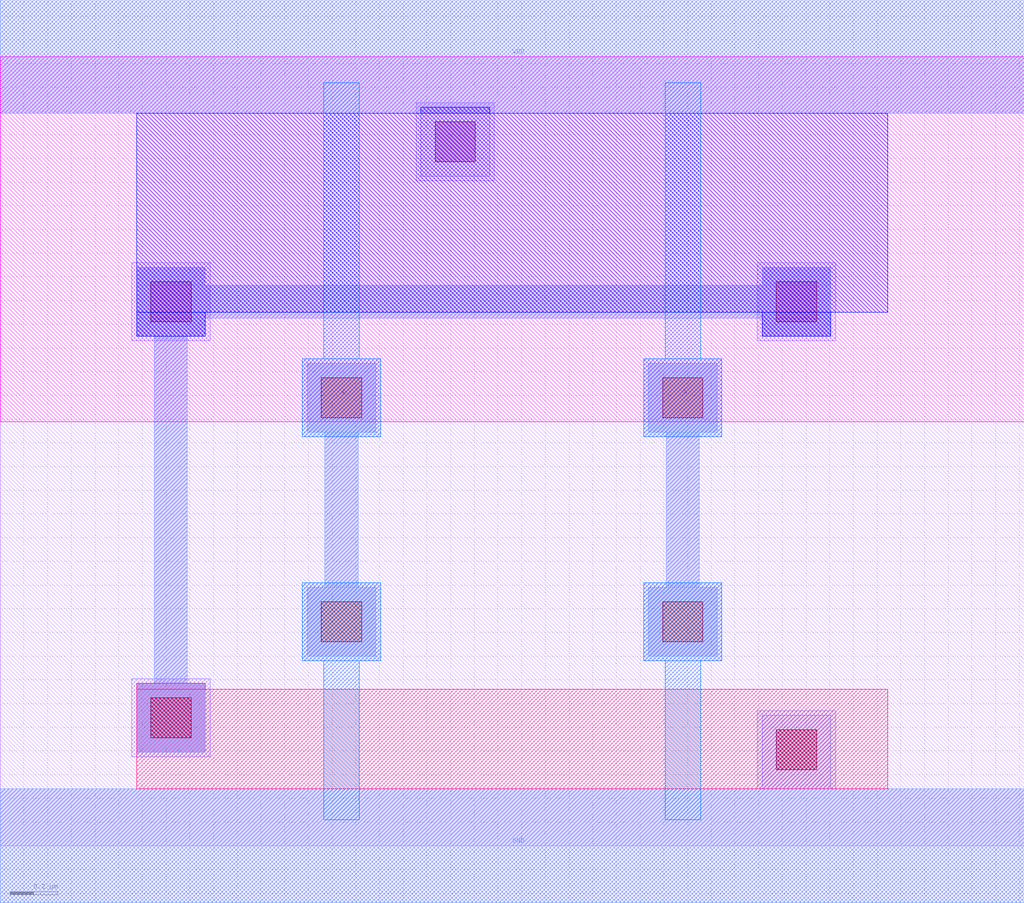
<source format=lef>
MACRO NAND2X1
 CLASS CORE ;
 FOREIGN NAND2X1 0 0 ;
 ORIGIN 0 0 ;
 SYMMETRY X Y R90 ;
 SITE UNIT ;
  PIN VDD
   DIRECTION INOUT ;
   USE SIGNAL ;
   SHAPE ABUTMENT ;
    PORT
     CLASS CORE ;
       LAYER metal2 ;
        RECT 0.00000000 3.09000000 4.32000000 3.57000000 ;
    END
  END VDD

  PIN GND
   DIRECTION INOUT ;
   USE SIGNAL ;
   SHAPE ABUTMENT ;
    PORT
     CLASS CORE ;
       LAYER metal2 ;
        RECT 0.00000000 -0.24000000 4.32000000 0.24000000 ;
    END
  END GND

  PIN Y
   DIRECTION INOUT ;
   USE SIGNAL ;
   SHAPE ABUTMENT ;
    PORT
     CLASS CORE ;
       LAYER metal2 ;
        RECT 0.57500000 0.39500000 0.86500000 0.68500000 ;
        RECT 0.65000000 0.68500000 0.79000000 2.15000000 ;
        RECT 0.57500000 2.15000000 0.86500000 2.22500000 ;
        RECT 3.21500000 2.15000000 3.50500000 2.22500000 ;
        RECT 0.57500000 2.22500000 3.50500000 2.36500000 ;
        RECT 0.57500000 2.36500000 0.86500000 2.44000000 ;
        RECT 3.21500000 2.36500000 3.50500000 2.44000000 ;
    END
  END Y

  PIN B
   DIRECTION INOUT ;
   USE SIGNAL ;
   SHAPE ABUTMENT ;
    PORT
     CLASS CORE ;
       LAYER metal2 ;
        RECT 1.29500000 0.80000000 1.58500000 1.09000000 ;
        RECT 1.37000000 1.09000000 1.51000000 1.74500000 ;
        RECT 1.29500000 1.74500000 1.58500000 2.03500000 ;
    END
  END B

  PIN A
   DIRECTION INOUT ;
   USE SIGNAL ;
   SHAPE ABUTMENT ;
    PORT
     CLASS CORE ;
       LAYER metal2 ;
        RECT 2.73500000 0.80000000 3.02500000 1.09000000 ;
        RECT 2.81000000 1.09000000 2.95000000 1.74500000 ;
        RECT 2.73500000 1.74500000 3.02500000 2.03500000 ;
    END
  END A

  OBS
   LAYER abutment_box ;
    RECT 0.00000000 0.00000000 4.32000000 3.33000000 ;
  END

  OBS
   LAYER metal1 ;
    RECT 3.19500000 0.24000000 3.52500000 0.57000000 ;
    RECT 0.55500000 0.37500000 0.88500000 0.70500000 ;
    RECT 1.27500000 0.78000000 1.60500000 1.11000000 ;
    RECT 2.71500000 0.78000000 3.04500000 1.11000000 ;
    RECT 1.27500000 1.72500000 1.60500000 2.05500000 ;
    RECT 2.71500000 1.72500000 3.04500000 2.05500000 ;
    RECT 0.55500000 2.13000000 0.88500000 2.46000000 ;
    RECT 3.19500000 2.13000000 3.52500000 2.46000000 ;
    RECT 1.75500000 2.80500000 2.08500000 3.13500000 ;
  END

  OBS
   LAYER metal1_label ;

  END

  OBS
   LAYER metal1_pin ;

  END

  OBS
   LAYER metal2 ;
    RECT 0.00000000 -0.24000000 4.32000000 0.24000000 ;
    RECT 3.21500000 0.24000000 3.50500000 0.55000000 ;
    RECT 1.29500000 0.80000000 1.58500000 1.09000000 ;
    RECT 1.37000000 1.09000000 1.51000000 1.74500000 ;
    RECT 1.29500000 1.74500000 1.58500000 2.03500000 ;
    RECT 2.73500000 0.80000000 3.02500000 1.09000000 ;
    RECT 2.81000000 1.09000000 2.95000000 1.74500000 ;
    RECT 2.73500000 1.74500000 3.02500000 2.03500000 ;
    RECT 0.57500000 0.39500000 0.86500000 0.68500000 ;
    RECT 0.65000000 0.68500000 0.79000000 2.15000000 ;
    RECT 0.57500000 2.15000000 0.86500000 2.22500000 ;
    RECT 3.21500000 2.15000000 3.50500000 2.22500000 ;
    RECT 0.57500000 2.22500000 3.50500000 2.36500000 ;
    RECT 0.57500000 2.36500000 0.86500000 2.44000000 ;
    RECT 3.21500000 2.36500000 3.50500000 2.44000000 ;
    RECT 1.77500000 2.82500000 2.06500000 3.09000000 ;
    RECT 0.00000000 3.09000000 4.32000000 3.57000000 ;
  END

  OBS
   LAYER metal2_label ;

  END

  OBS
   LAYER metal2_pin ;
    RECT 0.00000000 -0.24000000 4.32000000 0.24000000 ;
    RECT 1.29500000 0.80000000 1.58500000 1.09000000 ;
    RECT 1.37000000 1.09000000 1.51000000 1.74500000 ;
    RECT 1.29500000 1.74500000 1.58500000 2.03500000 ;
    RECT 2.73500000 0.80000000 3.02500000 1.09000000 ;
    RECT 2.81000000 1.09000000 2.95000000 1.74500000 ;
    RECT 2.73500000 1.74500000 3.02500000 2.03500000 ;
    RECT 0.57500000 0.39500000 0.86500000 0.68500000 ;
    RECT 0.65000000 0.68500000 0.79000000 2.15000000 ;
    RECT 0.57500000 2.15000000 0.86500000 2.22500000 ;
    RECT 3.21500000 2.15000000 3.50500000 2.22500000 ;
    RECT 0.57500000 2.22500000 3.50500000 2.36500000 ;
    RECT 0.57500000 2.36500000 0.86500000 2.44000000 ;
    RECT 3.21500000 2.36500000 3.50500000 2.44000000 ;
    RECT 0.00000000 3.09000000 4.32000000 3.57000000 ;
  END

  OBS
   LAYER ndiff_contact ;
    RECT 3.27500000 0.32000000 3.44500000 0.49000000 ;
    RECT 0.63500000 0.45500000 0.80500000 0.62500000 ;
  END

  OBS
   LAYER ndiffusion ;
    RECT 0.57500000 0.24000000 3.74500000 0.66000000 ;
    RECT 0.57500000 0.66000000 0.86500000 0.68500000 ;
  END

  OBS
   LAYER nplus ;

  END

  OBS
   LAYER nwell ;
    RECT 0.00000000 1.79000000 4.32000000 3.33000000 ;
  END

  OBS
   LAYER pdiff_contact ;
    RECT 0.63500000 2.21000000 0.80500000 2.38000000 ;
    RECT 3.27500000 2.21000000 3.44500000 2.38000000 ;
    RECT 1.83500000 2.88500000 2.00500000 3.05500000 ;
  END

  OBS
   LAYER pdiffusion ;
    RECT 0.57500000 2.15000000 0.86500000 2.25000000 ;
    RECT 3.21500000 2.15000000 3.50500000 2.25000000 ;
    RECT 0.57500000 2.25000000 3.74500000 3.09000000 ;
    RECT 1.77500000 3.09000000 2.06500000 3.11500000 ;
  END

  OBS
   LAYER poly ;
    RECT 1.36500000 0.11000000 1.51500000 0.78000000 ;
    RECT 1.27500000 0.78000000 1.60500000 1.11000000 ;
    RECT 2.80500000 0.11000000 2.95500000 0.78000000 ;
    RECT 2.71500000 0.78000000 3.04500000 1.11000000 ;
    RECT 1.27500000 1.72500000 1.60500000 2.05500000 ;
    RECT 1.36500000 2.05500000 1.51500000 3.22000000 ;
    RECT 2.71500000 1.72500000 3.04500000 2.05500000 ;
    RECT 2.80500000 2.05500000 2.95500000 3.22000000 ;
  END

  OBS
   LAYER poly_contact ;
    RECT 1.35500000 0.86000000 1.52500000 1.03000000 ;
    RECT 2.79500000 0.86000000 2.96500000 1.03000000 ;
    RECT 1.35500000 1.80500000 1.52500000 1.97500000 ;
    RECT 2.79500000 1.80500000 2.96500000 1.97500000 ;
  END

  OBS
   LAYER pplus ;

  END

  OBS
   LAYER via1 ;
    RECT 3.27500000 0.32000000 3.44500000 0.49000000 ;
    RECT 0.63500000 0.45500000 0.80500000 0.62500000 ;
    RECT 1.35500000 0.86000000 1.52500000 1.03000000 ;
    RECT 2.79500000 0.86000000 2.96500000 1.03000000 ;
    RECT 1.35500000 1.80500000 1.52500000 1.97500000 ;
    RECT 2.79500000 1.80500000 2.96500000 1.97500000 ;
    RECT 0.63500000 2.21000000 0.80500000 2.38000000 ;
    RECT 3.27500000 2.21000000 3.44500000 2.38000000 ;
    RECT 1.83500000 2.88500000 2.00500000 3.05500000 ;
  END

END NAND2X1

</source>
